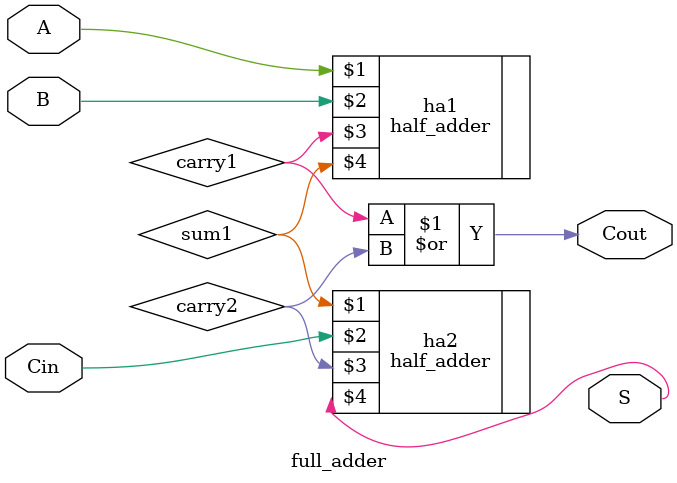
<source format=sv>

module full_adder(
	input A, B, Cin,
	output S, Cout
	);
	//----------------------wires----------------------------
	wire carry1,carry2;
	wire sum1;
	//-----------Instantiations of Half-adder----------------
	half_adder ha1(A,B,carry1,sum1);
	half_adder ha2(sum1,Cin,carry2,S); 
	assign Cout = carry1 | carry2;
	//------------------Block Diagram------------------------
	/*
	*
	*	A---[A of HA  C of Ha]----------------------[OR]---Cout
	*  B---[B of HA  S of Ha]--[A of HA  C of HA]--[OR] 
	*Cin-----------------------[B of HA  S of HA]---------S
	*
	*/
	


endmodule

</source>
